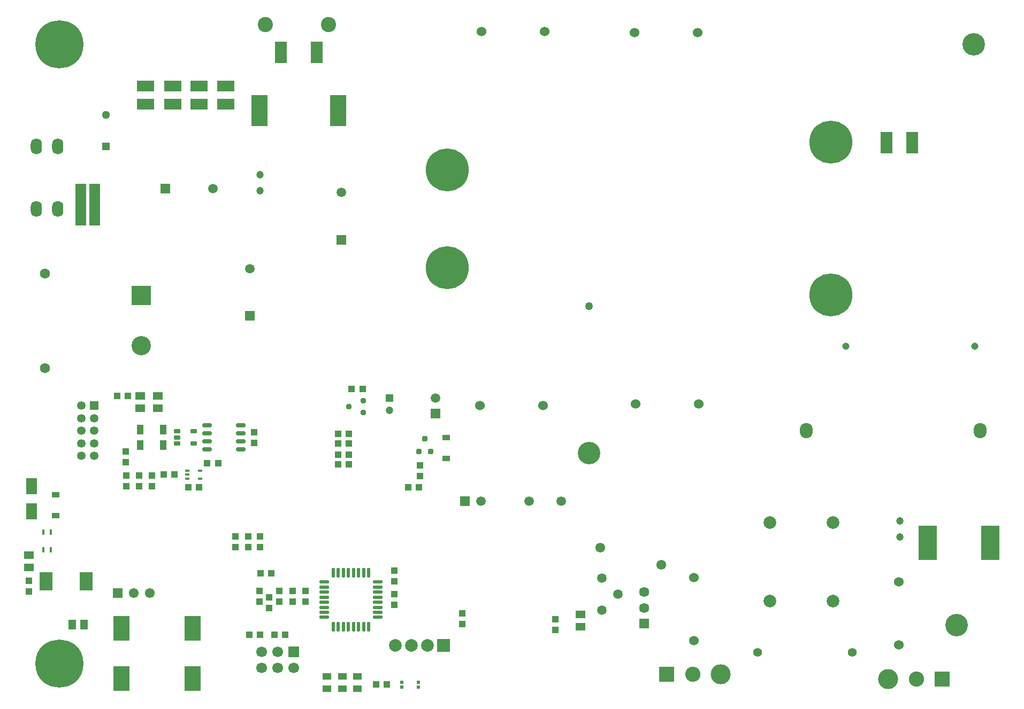
<source format=gbr>
%TF.GenerationSoftware,Altium Limited,Altium Designer,20.0.13 (296)*%
G04 Layer_Color=255*
%FSLAX26Y26*%
%MOIN*%
%TF.FileFunction,Pads,Top*%
%TF.Part,Single*%
G01*
G75*
%TA.AperFunction,SMDPad,CuDef*%
G04:AMPARAMS|DCode=10|XSize=21.654mil|YSize=21.654mil|CornerRadius=2.707mil|HoleSize=0mil|Usage=FLASHONLY|Rotation=180.000|XOffset=0mil|YOffset=0mil|HoleType=Round|Shape=RoundedRectangle|*
%AMROUNDEDRECTD10*
21,1,0.021654,0.016240,0,0,180.0*
21,1,0.016240,0.021654,0,0,180.0*
1,1,0.005413,-0.008120,0.008120*
1,1,0.005413,0.008120,0.008120*
1,1,0.005413,0.008120,-0.008120*
1,1,0.005413,-0.008120,-0.008120*
%
%ADD10ROUNDEDRECTD10*%
%ADD11R,0.057874X0.039764*%
G04:AMPARAMS|DCode=12|XSize=67.118mil|YSize=259.906mil|CornerRadius=3.356mil|HoleSize=0mil|Usage=FLASHONLY|Rotation=0.000|XOffset=0mil|YOffset=0mil|HoleType=Round|Shape=RoundedRectangle|*
%AMROUNDEDRECTD12*
21,1,0.067118,0.253194,0,0,0.0*
21,1,0.060406,0.259906,0,0,0.0*
1,1,0.006712,0.030203,-0.126597*
1,1,0.006712,-0.030203,-0.126597*
1,1,0.006712,-0.030203,0.126597*
1,1,0.006712,0.030203,0.126597*
%
%ADD12ROUNDEDRECTD12*%
G04:AMPARAMS|DCode=13|XSize=31.496mil|YSize=35.433mil|CornerRadius=7.874mil|HoleSize=0mil|Usage=FLASHONLY|Rotation=180.000|XOffset=0mil|YOffset=0mil|HoleType=Round|Shape=RoundedRectangle|*
%AMROUNDEDRECTD13*
21,1,0.031496,0.019685,0,0,180.0*
21,1,0.015748,0.035433,0,0,180.0*
1,1,0.015748,-0.007874,0.009843*
1,1,0.015748,0.007874,0.009843*
1,1,0.015748,0.007874,-0.009843*
1,1,0.015748,-0.007874,-0.009843*
%
%ADD13ROUNDEDRECTD13*%
G04:AMPARAMS|DCode=14|XSize=27.165mil|YSize=38.976mil|CornerRadius=3.396mil|HoleSize=0mil|Usage=FLASHONLY|Rotation=90.000|XOffset=0mil|YOffset=0mil|HoleType=Round|Shape=RoundedRectangle|*
%AMROUNDEDRECTD14*
21,1,0.027165,0.032185,0,0,90.0*
21,1,0.020374,0.038976,0,0,90.0*
1,1,0.006791,0.016093,0.010187*
1,1,0.006791,0.016093,-0.010187*
1,1,0.006791,-0.016093,-0.010187*
1,1,0.006791,-0.016093,0.010187*
%
%ADD14ROUNDEDRECTD14*%
G04:AMPARAMS|DCode=15|XSize=21.654mil|YSize=59.055mil|CornerRadius=5.413mil|HoleSize=0mil|Usage=FLASHONLY|Rotation=180.000|XOffset=0mil|YOffset=0mil|HoleType=Round|Shape=RoundedRectangle|*
%AMROUNDEDRECTD15*
21,1,0.021654,0.048228,0,0,180.0*
21,1,0.010827,0.059055,0,0,180.0*
1,1,0.010827,-0.005413,0.024114*
1,1,0.010827,0.005413,0.024114*
1,1,0.010827,0.005413,-0.024114*
1,1,0.010827,-0.005413,-0.024114*
%
%ADD15ROUNDEDRECTD15*%
G04:AMPARAMS|DCode=16|XSize=21.654mil|YSize=59.055mil|CornerRadius=5.413mil|HoleSize=0mil|Usage=FLASHONLY|Rotation=270.000|XOffset=0mil|YOffset=0mil|HoleType=Round|Shape=RoundedRectangle|*
%AMROUNDEDRECTD16*
21,1,0.021654,0.048228,0,0,270.0*
21,1,0.010827,0.059055,0,0,270.0*
1,1,0.010827,-0.024114,-0.005413*
1,1,0.010827,-0.024114,0.005413*
1,1,0.010827,0.024114,0.005413*
1,1,0.010827,0.024114,-0.005413*
%
%ADD16ROUNDEDRECTD16*%
G04:AMPARAMS|DCode=17|XSize=30.709mil|YSize=30.709mil|CornerRadius=7.677mil|HoleSize=0mil|Usage=FLASHONLY|Rotation=270.000|XOffset=0mil|YOffset=0mil|HoleType=Round|Shape=RoundedRectangle|*
%AMROUNDEDRECTD17*
21,1,0.030709,0.015354,0,0,270.0*
21,1,0.015354,0.030709,0,0,270.0*
1,1,0.015354,-0.007677,-0.007677*
1,1,0.015354,-0.007677,0.007677*
1,1,0.015354,0.007677,0.007677*
1,1,0.015354,0.007677,-0.007677*
%
%ADD17ROUNDEDRECTD17*%
%ADD18R,0.043000X0.039000*%
%ADD19R,0.039000X0.043000*%
%ADD20R,0.051181X0.059055*%
%ADD21R,0.059055X0.051181*%
%ADD22R,0.074803X0.133858*%
%ADD23R,0.043307X0.039370*%
%ADD24R,0.039370X0.043307*%
%ADD25R,0.110000X0.068000*%
%ADD26R,0.078740X0.118110*%
%ADD27R,0.073000X0.134000*%
%ADD28R,0.114173X0.212598*%
%ADD29R,0.098425X0.196850*%
%ADD30R,0.015748X0.035433*%
%ADD31R,0.048032X0.035827*%
%ADD32R,0.098425X0.157480*%
G04:AMPARAMS|DCode=33|XSize=61.024mil|YSize=23.622mil|CornerRadius=5.906mil|HoleSize=0mil|Usage=FLASHONLY|Rotation=180.000|XOffset=0mil|YOffset=0mil|HoleType=Round|Shape=RoundedRectangle|*
%AMROUNDEDRECTD33*
21,1,0.061024,0.011811,0,0,180.0*
21,1,0.049213,0.023622,0,0,180.0*
1,1,0.011811,-0.024606,0.005906*
1,1,0.011811,0.024606,0.005906*
1,1,0.011811,0.024606,-0.005906*
1,1,0.011811,-0.024606,-0.005906*
%
%ADD33ROUNDEDRECTD33*%
%ADD34R,0.047992X0.035984*%
%ADD35R,0.043000X0.063000*%
%ADD36R,0.066929X0.098425*%
G04:AMPARAMS|DCode=37|XSize=15.748mil|YSize=25.591mil|CornerRadius=1.968mil|HoleSize=0mil|Usage=FLASHONLY|Rotation=90.000|XOffset=0mil|YOffset=0mil|HoleType=Round|Shape=RoundedRectangle|*
%AMROUNDEDRECTD37*
21,1,0.015748,0.021654,0,0,90.0*
21,1,0.011811,0.025591,0,0,90.0*
1,1,0.003937,0.010827,0.005906*
1,1,0.003937,0.010827,-0.005906*
1,1,0.003937,-0.010827,-0.005906*
1,1,0.003937,-0.010827,0.005906*
%
%ADD37ROUNDEDRECTD37*%
%TA.AperFunction,ComponentPad*%
%ADD50O,0.070000X0.100000*%
%ADD51C,0.058661*%
%ADD52R,0.066929X0.066929*%
%ADD53C,0.066929*%
%ADD54C,0.050000*%
%ADD55C,0.267716*%
%ADD56C,0.061024*%
%ADD57C,0.125000*%
%ADD58C,0.095000*%
%ADD59R,0.095000X0.095000*%
%ADD60R,0.120000X0.120000*%
%ADD61C,0.120000*%
%ADD62C,0.063000*%
%ADD63C,0.078740*%
%ADD64R,0.078740X0.078740*%
%ADD65R,0.061024X0.061024*%
%ADD66C,0.140000*%
%ADD67C,0.053150*%
%ADD68R,0.053150X0.053150*%
%ADD69C,0.047244*%
%ADD70C,0.059370*%
%ADD71R,0.059370X0.059370*%
%ADD72C,0.059055*%
%ADD73R,0.059055X0.059055*%
%ADD74R,0.051181X0.051181*%
%ADD75C,0.051181*%
%ADD76C,0.045000*%
%ADD77C,0.300000*%
%ADD78R,0.047244X0.047244*%
%ADD79R,0.062598X0.062598*%
%ADD80C,0.062598*%
%ADD81C,0.055118*%
%ADD82O,0.080000X0.095000*%
%ADD83C,0.060000*%
%ADD84R,0.059370X0.059370*%
%ADD85C,0.094488*%
%ADD86R,0.059055X0.059055*%
D10*
X2481713Y75236D02*
D03*
Y104764D02*
D03*
X2377382Y75236D02*
D03*
Y104764D02*
D03*
D11*
X1910000Y140217D02*
D03*
Y63051D02*
D03*
X2005335Y140217D02*
D03*
Y63051D02*
D03*
X2101043Y140217D02*
D03*
Y63051D02*
D03*
D12*
X463402Y3082874D02*
D03*
X376598D02*
D03*
D13*
X2520000Y1624370D02*
D03*
X2555433Y1545630D02*
D03*
X2484567D02*
D03*
D14*
X1079449Y1670000D02*
D03*
Y1595197D02*
D03*
X977480D02*
D03*
Y1632599D02*
D03*
Y1670000D02*
D03*
D15*
X2170236Y452677D02*
D03*
X2138740D02*
D03*
X2107244D02*
D03*
X2075748D02*
D03*
X2044252D02*
D03*
X2012756D02*
D03*
X1981260D02*
D03*
X1949764D02*
D03*
Y787323D02*
D03*
X1981260D02*
D03*
X2012756D02*
D03*
X2044252D02*
D03*
X2075748D02*
D03*
X2107244D02*
D03*
X2138740D02*
D03*
X2170236D02*
D03*
D16*
X1892677Y509764D02*
D03*
Y541260D02*
D03*
Y572756D02*
D03*
Y604252D02*
D03*
Y635748D02*
D03*
Y667244D02*
D03*
Y698740D02*
D03*
Y730236D02*
D03*
X2227323D02*
D03*
Y698740D02*
D03*
Y667244D02*
D03*
Y635748D02*
D03*
Y604252D02*
D03*
Y572756D02*
D03*
Y541260D02*
D03*
Y509764D02*
D03*
D17*
X2135992Y1786669D02*
D03*
Y1861473D02*
D03*
X2045835Y1824071D02*
D03*
D18*
X1582996Y400000D02*
D03*
X1649925D02*
D03*
X1493465D02*
D03*
X1426535D02*
D03*
X2131929Y1935000D02*
D03*
X2065000D02*
D03*
X2417638Y1320000D02*
D03*
X2484567D02*
D03*
X959429Y1400000D02*
D03*
X892500D02*
D03*
X1496535Y785000D02*
D03*
X1563465D02*
D03*
X2216535Y90000D02*
D03*
X2283465D02*
D03*
X1231929Y1472599D02*
D03*
X1165000D02*
D03*
X2047834Y1595000D02*
D03*
X1980905D02*
D03*
X2047834Y1525000D02*
D03*
X1980905D02*
D03*
X1980906Y1655000D02*
D03*
X2047835D02*
D03*
X1980906Y1465000D02*
D03*
X2047835D02*
D03*
D19*
X1551461Y566535D02*
D03*
Y633465D02*
D03*
X2490000Y1391535D02*
D03*
Y1458465D02*
D03*
X739429Y1326535D02*
D03*
Y1393465D02*
D03*
X659429Y1394965D02*
D03*
Y1328035D02*
D03*
X1420000Y948071D02*
D03*
Y1015000D02*
D03*
X1340000Y1015000D02*
D03*
Y948071D02*
D03*
X658307Y1476622D02*
D03*
Y1543622D02*
D03*
X1491500Y673500D02*
D03*
Y606500D02*
D03*
D20*
X397402Y465000D02*
D03*
X322599D02*
D03*
D21*
X748465Y1890000D02*
D03*
Y1815197D02*
D03*
X858465Y1815197D02*
D03*
Y1890000D02*
D03*
X3490000Y452728D02*
D03*
Y527531D02*
D03*
X55000Y822598D02*
D03*
Y897402D02*
D03*
D22*
X5395772Y3470000D02*
D03*
X5557772D02*
D03*
D23*
X1045965Y1320000D02*
D03*
X1112894D02*
D03*
X670000Y1890000D02*
D03*
X603071D02*
D03*
D24*
X819429Y1393465D02*
D03*
Y1326535D02*
D03*
X55000Y739370D02*
D03*
Y672441D02*
D03*
X2330000Y733071D02*
D03*
Y800000D02*
D03*
Y586535D02*
D03*
Y653465D02*
D03*
X1495000Y1015000D02*
D03*
Y948071D02*
D03*
X1778000Y673465D02*
D03*
Y606535D02*
D03*
X1698000Y673465D02*
D03*
Y606535D02*
D03*
X1613000Y673465D02*
D03*
Y606535D02*
D03*
X1458465Y1666063D02*
D03*
Y1599134D02*
D03*
X2755000Y466535D02*
D03*
Y533465D02*
D03*
X3335000Y431535D02*
D03*
Y498464D02*
D03*
D25*
X1280000Y3825000D02*
D03*
Y3711000D02*
D03*
X1115000Y3825000D02*
D03*
Y3711000D02*
D03*
X950000Y3825000D02*
D03*
Y3711000D02*
D03*
X780000Y3825000D02*
D03*
Y3711000D02*
D03*
D26*
X159016Y733000D02*
D03*
X410984D02*
D03*
D27*
X1846500Y4035000D02*
D03*
X1623500D02*
D03*
D28*
X6044882Y975000D02*
D03*
X5655118D02*
D03*
D29*
X1981063Y3670000D02*
D03*
X1488937D02*
D03*
D30*
X188949Y1040118D02*
D03*
X143673D02*
D03*
X188949Y929882D02*
D03*
X143673D02*
D03*
D31*
X219461Y1274370D02*
D03*
Y1145630D02*
D03*
D32*
X1075000Y442480D02*
D03*
Y127520D02*
D03*
X630000Y442480D02*
D03*
Y127520D02*
D03*
D33*
X1374765Y1657599D02*
D03*
Y1707599D02*
D03*
Y1557599D02*
D03*
Y1607599D02*
D03*
X1162165Y1707599D02*
D03*
Y1607599D02*
D03*
Y1657599D02*
D03*
Y1557599D02*
D03*
D34*
X2655000Y1629815D02*
D03*
Y1500815D02*
D03*
D35*
X889465Y1680099D02*
D03*
Y1585099D02*
D03*
X747465Y1680099D02*
D03*
Y1585099D02*
D03*
D36*
X70000Y1328740D02*
D03*
Y1171260D02*
D03*
D37*
X1119784Y1425591D02*
D03*
Y1374409D02*
D03*
X1039075D02*
D03*
Y1425591D02*
D03*
Y1400000D02*
D03*
D50*
X100000Y3058561D02*
D03*
Y3449112D02*
D03*
X233858Y3058561D02*
D03*
Y3449112D02*
D03*
D51*
X3622000Y755000D02*
D03*
X3722000Y655000D02*
D03*
X3622000Y555000D02*
D03*
D52*
X1705000Y295000D02*
D03*
D53*
Y195000D02*
D03*
X1605000Y295000D02*
D03*
Y195000D02*
D03*
X1505000Y295000D02*
D03*
Y195000D02*
D03*
D54*
X3542209Y2452601D02*
D03*
D55*
X5050000Y2520000D02*
D03*
Y3475000D02*
D03*
X2660000Y3300000D02*
D03*
Y2690000D02*
D03*
D56*
X3613000Y945000D02*
D03*
X3995000Y838000D02*
D03*
X808032Y661417D02*
D03*
X708032D02*
D03*
D57*
X4365004Y155000D02*
D03*
X5407004Y125000D02*
D03*
D58*
X4190000Y155000D02*
D03*
X5582008Y125000D02*
D03*
D59*
X4027008Y155000D02*
D03*
X5745000Y125000D02*
D03*
D60*
X753000Y2516405D02*
D03*
D61*
Y2204595D02*
D03*
D62*
X155000Y2065000D02*
D03*
Y2656000D02*
D03*
D63*
X2335630Y335000D02*
D03*
X2535630D02*
D03*
X2435630D02*
D03*
X5065000Y1102126D02*
D03*
Y610000D02*
D03*
X4671299Y1102126D02*
D03*
Y610000D02*
D03*
D64*
X2635630Y335000D02*
D03*
D65*
X608032Y661417D02*
D03*
D66*
X3545000Y1535000D02*
D03*
X5835000Y460000D02*
D03*
X5940000Y4085000D02*
D03*
D67*
X458740Y1752480D02*
D03*
Y1673740D02*
D03*
X380000Y1752480D02*
D03*
Y1831220D02*
D03*
Y1673740D02*
D03*
X458740Y1516260D02*
D03*
Y1595000D02*
D03*
X380000Y1516260D02*
D03*
Y1595000D02*
D03*
D68*
X458740Y1831220D02*
D03*
D69*
X1495000Y3170000D02*
D03*
Y3270000D02*
D03*
X2300000Y1800000D02*
D03*
X5480000Y1110000D02*
D03*
Y1010000D02*
D03*
D70*
X3370000Y1233150D02*
D03*
X2870000D02*
D03*
X3170000D02*
D03*
X2585669Y1879213D02*
D03*
D71*
X2770000Y1233150D02*
D03*
D72*
X2000000Y3160276D02*
D03*
X1430000Y2685276D02*
D03*
X1200000Y3185000D02*
D03*
D73*
X2000000Y2865000D02*
D03*
X1430000Y2390000D02*
D03*
D74*
X535000Y3448150D02*
D03*
D75*
Y3645000D02*
D03*
D76*
X5145000Y2200000D02*
D03*
X5945394D02*
D03*
D77*
X245000Y220000D02*
D03*
Y4085000D02*
D03*
D78*
X2300000Y1878740D02*
D03*
D79*
X3887000Y470575D02*
D03*
D80*
Y667425D02*
D03*
Y569000D02*
D03*
D81*
X4594449Y290000D02*
D03*
X5185000D02*
D03*
D82*
X5980000Y1675000D02*
D03*
X4897323D02*
D03*
D83*
X3256850Y1830000D02*
D03*
X2863150D02*
D03*
X4195793Y363150D02*
D03*
Y756850D02*
D03*
X4220000Y4157500D02*
D03*
X3826299D02*
D03*
X3266850Y4165000D02*
D03*
X2873150D02*
D03*
X5475000Y731850D02*
D03*
Y338150D02*
D03*
X4226850Y1840000D02*
D03*
X3833150D02*
D03*
D84*
X2585669Y1780787D02*
D03*
D85*
X1921701Y4208000D02*
D03*
X1528000D02*
D03*
D86*
X904724Y3185000D02*
D03*
%TF.MD5,d7edb890b86db66bcc42858f450c28f3*%
M02*

</source>
